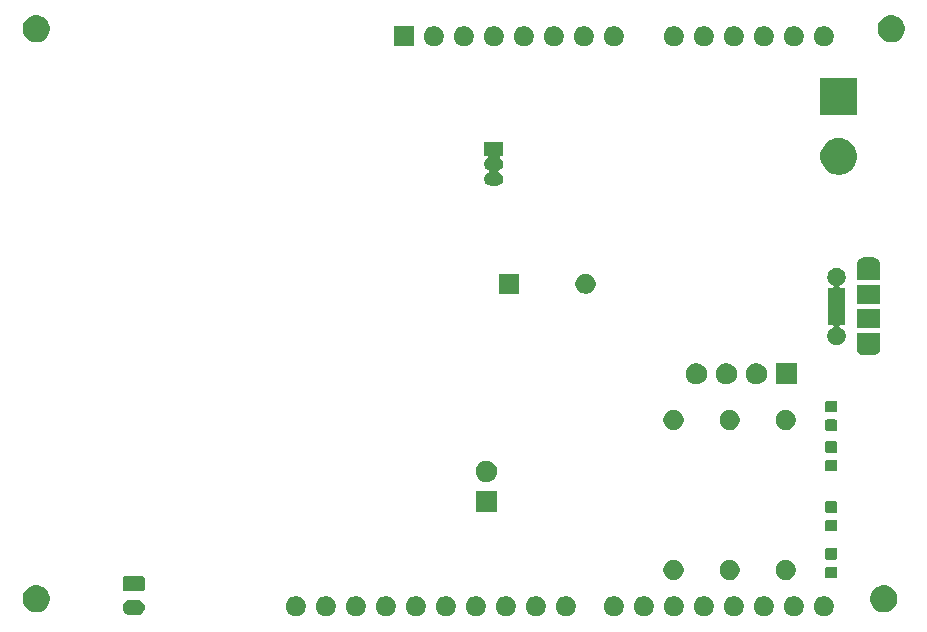
<source format=gbs>
G04 #@! TF.GenerationSoftware,KiCad,Pcbnew,(5.1.5)-3*
G04 #@! TF.CreationDate,2020-03-03T13:48:05-08:00*
G04 #@! TF.ProjectId,capstonemki,63617073-746f-46e6-956d-6b692e6b6963,rev?*
G04 #@! TF.SameCoordinates,Original*
G04 #@! TF.FileFunction,Soldermask,Bot*
G04 #@! TF.FilePolarity,Negative*
%FSLAX46Y46*%
G04 Gerber Fmt 4.6, Leading zero omitted, Abs format (unit mm)*
G04 Created by KiCad (PCBNEW (5.1.5)-3) date 2020-03-03 13:48:05*
%MOMM*%
%LPD*%
G04 APERTURE LIST*
%ADD10C,0.100000*%
G04 APERTURE END LIST*
D10*
G36*
X64768228Y-75381703D02*
G01*
X64923100Y-75445853D01*
X65062481Y-75538985D01*
X65181015Y-75657519D01*
X65274147Y-75796900D01*
X65338297Y-75951772D01*
X65371000Y-76116184D01*
X65371000Y-76283816D01*
X65338297Y-76448228D01*
X65274147Y-76603100D01*
X65181015Y-76742481D01*
X65062481Y-76861015D01*
X64923100Y-76954147D01*
X64768228Y-77018297D01*
X64603816Y-77051000D01*
X64436184Y-77051000D01*
X64271772Y-77018297D01*
X64116900Y-76954147D01*
X63977519Y-76861015D01*
X63858985Y-76742481D01*
X63765853Y-76603100D01*
X63701703Y-76448228D01*
X63669000Y-76283816D01*
X63669000Y-76116184D01*
X63701703Y-75951772D01*
X63765853Y-75796900D01*
X63858985Y-75657519D01*
X63977519Y-75538985D01*
X64116900Y-75445853D01*
X64271772Y-75381703D01*
X64436184Y-75349000D01*
X64603816Y-75349000D01*
X64768228Y-75381703D01*
G37*
G36*
X67308228Y-75381703D02*
G01*
X67463100Y-75445853D01*
X67602481Y-75538985D01*
X67721015Y-75657519D01*
X67814147Y-75796900D01*
X67878297Y-75951772D01*
X67911000Y-76116184D01*
X67911000Y-76283816D01*
X67878297Y-76448228D01*
X67814147Y-76603100D01*
X67721015Y-76742481D01*
X67602481Y-76861015D01*
X67463100Y-76954147D01*
X67308228Y-77018297D01*
X67143816Y-77051000D01*
X66976184Y-77051000D01*
X66811772Y-77018297D01*
X66656900Y-76954147D01*
X66517519Y-76861015D01*
X66398985Y-76742481D01*
X66305853Y-76603100D01*
X66241703Y-76448228D01*
X66209000Y-76283816D01*
X66209000Y-76116184D01*
X66241703Y-75951772D01*
X66305853Y-75796900D01*
X66398985Y-75657519D01*
X66517519Y-75538985D01*
X66656900Y-75445853D01*
X66811772Y-75381703D01*
X66976184Y-75349000D01*
X67143816Y-75349000D01*
X67308228Y-75381703D01*
G37*
G36*
X44448228Y-75381703D02*
G01*
X44603100Y-75445853D01*
X44742481Y-75538985D01*
X44861015Y-75657519D01*
X44954147Y-75796900D01*
X45018297Y-75951772D01*
X45051000Y-76116184D01*
X45051000Y-76283816D01*
X45018297Y-76448228D01*
X44954147Y-76603100D01*
X44861015Y-76742481D01*
X44742481Y-76861015D01*
X44603100Y-76954147D01*
X44448228Y-77018297D01*
X44283816Y-77051000D01*
X44116184Y-77051000D01*
X43951772Y-77018297D01*
X43796900Y-76954147D01*
X43657519Y-76861015D01*
X43538985Y-76742481D01*
X43445853Y-76603100D01*
X43381703Y-76448228D01*
X43349000Y-76283816D01*
X43349000Y-76116184D01*
X43381703Y-75951772D01*
X43445853Y-75796900D01*
X43538985Y-75657519D01*
X43657519Y-75538985D01*
X43796900Y-75445853D01*
X43951772Y-75381703D01*
X44116184Y-75349000D01*
X44283816Y-75349000D01*
X44448228Y-75381703D01*
G37*
G36*
X46988228Y-75381703D02*
G01*
X47143100Y-75445853D01*
X47282481Y-75538985D01*
X47401015Y-75657519D01*
X47494147Y-75796900D01*
X47558297Y-75951772D01*
X47591000Y-76116184D01*
X47591000Y-76283816D01*
X47558297Y-76448228D01*
X47494147Y-76603100D01*
X47401015Y-76742481D01*
X47282481Y-76861015D01*
X47143100Y-76954147D01*
X46988228Y-77018297D01*
X46823816Y-77051000D01*
X46656184Y-77051000D01*
X46491772Y-77018297D01*
X46336900Y-76954147D01*
X46197519Y-76861015D01*
X46078985Y-76742481D01*
X45985853Y-76603100D01*
X45921703Y-76448228D01*
X45889000Y-76283816D01*
X45889000Y-76116184D01*
X45921703Y-75951772D01*
X45985853Y-75796900D01*
X46078985Y-75657519D01*
X46197519Y-75538985D01*
X46336900Y-75445853D01*
X46491772Y-75381703D01*
X46656184Y-75349000D01*
X46823816Y-75349000D01*
X46988228Y-75381703D01*
G37*
G36*
X84068228Y-75381703D02*
G01*
X84223100Y-75445853D01*
X84362481Y-75538985D01*
X84481015Y-75657519D01*
X84574147Y-75796900D01*
X84638297Y-75951772D01*
X84671000Y-76116184D01*
X84671000Y-76283816D01*
X84638297Y-76448228D01*
X84574147Y-76603100D01*
X84481015Y-76742481D01*
X84362481Y-76861015D01*
X84223100Y-76954147D01*
X84068228Y-77018297D01*
X83903816Y-77051000D01*
X83736184Y-77051000D01*
X83571772Y-77018297D01*
X83416900Y-76954147D01*
X83277519Y-76861015D01*
X83158985Y-76742481D01*
X83065853Y-76603100D01*
X83001703Y-76448228D01*
X82969000Y-76283816D01*
X82969000Y-76116184D01*
X83001703Y-75951772D01*
X83065853Y-75796900D01*
X83158985Y-75657519D01*
X83277519Y-75538985D01*
X83416900Y-75445853D01*
X83571772Y-75381703D01*
X83736184Y-75349000D01*
X83903816Y-75349000D01*
X84068228Y-75381703D01*
G37*
G36*
X81528228Y-75381703D02*
G01*
X81683100Y-75445853D01*
X81822481Y-75538985D01*
X81941015Y-75657519D01*
X82034147Y-75796900D01*
X82098297Y-75951772D01*
X82131000Y-76116184D01*
X82131000Y-76283816D01*
X82098297Y-76448228D01*
X82034147Y-76603100D01*
X81941015Y-76742481D01*
X81822481Y-76861015D01*
X81683100Y-76954147D01*
X81528228Y-77018297D01*
X81363816Y-77051000D01*
X81196184Y-77051000D01*
X81031772Y-77018297D01*
X80876900Y-76954147D01*
X80737519Y-76861015D01*
X80618985Y-76742481D01*
X80525853Y-76603100D01*
X80461703Y-76448228D01*
X80429000Y-76283816D01*
X80429000Y-76116184D01*
X80461703Y-75951772D01*
X80525853Y-75796900D01*
X80618985Y-75657519D01*
X80737519Y-75538985D01*
X80876900Y-75445853D01*
X81031772Y-75381703D01*
X81196184Y-75349000D01*
X81363816Y-75349000D01*
X81528228Y-75381703D01*
G37*
G36*
X78988228Y-75381703D02*
G01*
X79143100Y-75445853D01*
X79282481Y-75538985D01*
X79401015Y-75657519D01*
X79494147Y-75796900D01*
X79558297Y-75951772D01*
X79591000Y-76116184D01*
X79591000Y-76283816D01*
X79558297Y-76448228D01*
X79494147Y-76603100D01*
X79401015Y-76742481D01*
X79282481Y-76861015D01*
X79143100Y-76954147D01*
X78988228Y-77018297D01*
X78823816Y-77051000D01*
X78656184Y-77051000D01*
X78491772Y-77018297D01*
X78336900Y-76954147D01*
X78197519Y-76861015D01*
X78078985Y-76742481D01*
X77985853Y-76603100D01*
X77921703Y-76448228D01*
X77889000Y-76283816D01*
X77889000Y-76116184D01*
X77921703Y-75951772D01*
X77985853Y-75796900D01*
X78078985Y-75657519D01*
X78197519Y-75538985D01*
X78336900Y-75445853D01*
X78491772Y-75381703D01*
X78656184Y-75349000D01*
X78823816Y-75349000D01*
X78988228Y-75381703D01*
G37*
G36*
X76448228Y-75381703D02*
G01*
X76603100Y-75445853D01*
X76742481Y-75538985D01*
X76861015Y-75657519D01*
X76954147Y-75796900D01*
X77018297Y-75951772D01*
X77051000Y-76116184D01*
X77051000Y-76283816D01*
X77018297Y-76448228D01*
X76954147Y-76603100D01*
X76861015Y-76742481D01*
X76742481Y-76861015D01*
X76603100Y-76954147D01*
X76448228Y-77018297D01*
X76283816Y-77051000D01*
X76116184Y-77051000D01*
X75951772Y-77018297D01*
X75796900Y-76954147D01*
X75657519Y-76861015D01*
X75538985Y-76742481D01*
X75445853Y-76603100D01*
X75381703Y-76448228D01*
X75349000Y-76283816D01*
X75349000Y-76116184D01*
X75381703Y-75951772D01*
X75445853Y-75796900D01*
X75538985Y-75657519D01*
X75657519Y-75538985D01*
X75796900Y-75445853D01*
X75951772Y-75381703D01*
X76116184Y-75349000D01*
X76283816Y-75349000D01*
X76448228Y-75381703D01*
G37*
G36*
X73908228Y-75381703D02*
G01*
X74063100Y-75445853D01*
X74202481Y-75538985D01*
X74321015Y-75657519D01*
X74414147Y-75796900D01*
X74478297Y-75951772D01*
X74511000Y-76116184D01*
X74511000Y-76283816D01*
X74478297Y-76448228D01*
X74414147Y-76603100D01*
X74321015Y-76742481D01*
X74202481Y-76861015D01*
X74063100Y-76954147D01*
X73908228Y-77018297D01*
X73743816Y-77051000D01*
X73576184Y-77051000D01*
X73411772Y-77018297D01*
X73256900Y-76954147D01*
X73117519Y-76861015D01*
X72998985Y-76742481D01*
X72905853Y-76603100D01*
X72841703Y-76448228D01*
X72809000Y-76283816D01*
X72809000Y-76116184D01*
X72841703Y-75951772D01*
X72905853Y-75796900D01*
X72998985Y-75657519D01*
X73117519Y-75538985D01*
X73256900Y-75445853D01*
X73411772Y-75381703D01*
X73576184Y-75349000D01*
X73743816Y-75349000D01*
X73908228Y-75381703D01*
G37*
G36*
X71368228Y-75381703D02*
G01*
X71523100Y-75445853D01*
X71662481Y-75538985D01*
X71781015Y-75657519D01*
X71874147Y-75796900D01*
X71938297Y-75951772D01*
X71971000Y-76116184D01*
X71971000Y-76283816D01*
X71938297Y-76448228D01*
X71874147Y-76603100D01*
X71781015Y-76742481D01*
X71662481Y-76861015D01*
X71523100Y-76954147D01*
X71368228Y-77018297D01*
X71203816Y-77051000D01*
X71036184Y-77051000D01*
X70871772Y-77018297D01*
X70716900Y-76954147D01*
X70577519Y-76861015D01*
X70458985Y-76742481D01*
X70365853Y-76603100D01*
X70301703Y-76448228D01*
X70269000Y-76283816D01*
X70269000Y-76116184D01*
X70301703Y-75951772D01*
X70365853Y-75796900D01*
X70458985Y-75657519D01*
X70577519Y-75538985D01*
X70716900Y-75445853D01*
X70871772Y-75381703D01*
X71036184Y-75349000D01*
X71203816Y-75349000D01*
X71368228Y-75381703D01*
G37*
G36*
X62228228Y-75381703D02*
G01*
X62383100Y-75445853D01*
X62522481Y-75538985D01*
X62641015Y-75657519D01*
X62734147Y-75796900D01*
X62798297Y-75951772D01*
X62831000Y-76116184D01*
X62831000Y-76283816D01*
X62798297Y-76448228D01*
X62734147Y-76603100D01*
X62641015Y-76742481D01*
X62522481Y-76861015D01*
X62383100Y-76954147D01*
X62228228Y-77018297D01*
X62063816Y-77051000D01*
X61896184Y-77051000D01*
X61731772Y-77018297D01*
X61576900Y-76954147D01*
X61437519Y-76861015D01*
X61318985Y-76742481D01*
X61225853Y-76603100D01*
X61161703Y-76448228D01*
X61129000Y-76283816D01*
X61129000Y-76116184D01*
X61161703Y-75951772D01*
X61225853Y-75796900D01*
X61318985Y-75657519D01*
X61437519Y-75538985D01*
X61576900Y-75445853D01*
X61731772Y-75381703D01*
X61896184Y-75349000D01*
X62063816Y-75349000D01*
X62228228Y-75381703D01*
G37*
G36*
X59688228Y-75381703D02*
G01*
X59843100Y-75445853D01*
X59982481Y-75538985D01*
X60101015Y-75657519D01*
X60194147Y-75796900D01*
X60258297Y-75951772D01*
X60291000Y-76116184D01*
X60291000Y-76283816D01*
X60258297Y-76448228D01*
X60194147Y-76603100D01*
X60101015Y-76742481D01*
X59982481Y-76861015D01*
X59843100Y-76954147D01*
X59688228Y-77018297D01*
X59523816Y-77051000D01*
X59356184Y-77051000D01*
X59191772Y-77018297D01*
X59036900Y-76954147D01*
X58897519Y-76861015D01*
X58778985Y-76742481D01*
X58685853Y-76603100D01*
X58621703Y-76448228D01*
X58589000Y-76283816D01*
X58589000Y-76116184D01*
X58621703Y-75951772D01*
X58685853Y-75796900D01*
X58778985Y-75657519D01*
X58897519Y-75538985D01*
X59036900Y-75445853D01*
X59191772Y-75381703D01*
X59356184Y-75349000D01*
X59523816Y-75349000D01*
X59688228Y-75381703D01*
G37*
G36*
X57148228Y-75381703D02*
G01*
X57303100Y-75445853D01*
X57442481Y-75538985D01*
X57561015Y-75657519D01*
X57654147Y-75796900D01*
X57718297Y-75951772D01*
X57751000Y-76116184D01*
X57751000Y-76283816D01*
X57718297Y-76448228D01*
X57654147Y-76603100D01*
X57561015Y-76742481D01*
X57442481Y-76861015D01*
X57303100Y-76954147D01*
X57148228Y-77018297D01*
X56983816Y-77051000D01*
X56816184Y-77051000D01*
X56651772Y-77018297D01*
X56496900Y-76954147D01*
X56357519Y-76861015D01*
X56238985Y-76742481D01*
X56145853Y-76603100D01*
X56081703Y-76448228D01*
X56049000Y-76283816D01*
X56049000Y-76116184D01*
X56081703Y-75951772D01*
X56145853Y-75796900D01*
X56238985Y-75657519D01*
X56357519Y-75538985D01*
X56496900Y-75445853D01*
X56651772Y-75381703D01*
X56816184Y-75349000D01*
X56983816Y-75349000D01*
X57148228Y-75381703D01*
G37*
G36*
X54608228Y-75381703D02*
G01*
X54763100Y-75445853D01*
X54902481Y-75538985D01*
X55021015Y-75657519D01*
X55114147Y-75796900D01*
X55178297Y-75951772D01*
X55211000Y-76116184D01*
X55211000Y-76283816D01*
X55178297Y-76448228D01*
X55114147Y-76603100D01*
X55021015Y-76742481D01*
X54902481Y-76861015D01*
X54763100Y-76954147D01*
X54608228Y-77018297D01*
X54443816Y-77051000D01*
X54276184Y-77051000D01*
X54111772Y-77018297D01*
X53956900Y-76954147D01*
X53817519Y-76861015D01*
X53698985Y-76742481D01*
X53605853Y-76603100D01*
X53541703Y-76448228D01*
X53509000Y-76283816D01*
X53509000Y-76116184D01*
X53541703Y-75951772D01*
X53605853Y-75796900D01*
X53698985Y-75657519D01*
X53817519Y-75538985D01*
X53956900Y-75445853D01*
X54111772Y-75381703D01*
X54276184Y-75349000D01*
X54443816Y-75349000D01*
X54608228Y-75381703D01*
G37*
G36*
X52068228Y-75381703D02*
G01*
X52223100Y-75445853D01*
X52362481Y-75538985D01*
X52481015Y-75657519D01*
X52574147Y-75796900D01*
X52638297Y-75951772D01*
X52671000Y-76116184D01*
X52671000Y-76283816D01*
X52638297Y-76448228D01*
X52574147Y-76603100D01*
X52481015Y-76742481D01*
X52362481Y-76861015D01*
X52223100Y-76954147D01*
X52068228Y-77018297D01*
X51903816Y-77051000D01*
X51736184Y-77051000D01*
X51571772Y-77018297D01*
X51416900Y-76954147D01*
X51277519Y-76861015D01*
X51158985Y-76742481D01*
X51065853Y-76603100D01*
X51001703Y-76448228D01*
X50969000Y-76283816D01*
X50969000Y-76116184D01*
X51001703Y-75951772D01*
X51065853Y-75796900D01*
X51158985Y-75657519D01*
X51277519Y-75538985D01*
X51416900Y-75445853D01*
X51571772Y-75381703D01*
X51736184Y-75349000D01*
X51903816Y-75349000D01*
X52068228Y-75381703D01*
G37*
G36*
X49528228Y-75381703D02*
G01*
X49683100Y-75445853D01*
X49822481Y-75538985D01*
X49941015Y-75657519D01*
X50034147Y-75796900D01*
X50098297Y-75951772D01*
X50131000Y-76116184D01*
X50131000Y-76283816D01*
X50098297Y-76448228D01*
X50034147Y-76603100D01*
X49941015Y-76742481D01*
X49822481Y-76861015D01*
X49683100Y-76954147D01*
X49528228Y-77018297D01*
X49363816Y-77051000D01*
X49196184Y-77051000D01*
X49031772Y-77018297D01*
X48876900Y-76954147D01*
X48737519Y-76861015D01*
X48618985Y-76742481D01*
X48525853Y-76603100D01*
X48461703Y-76448228D01*
X48429000Y-76283816D01*
X48429000Y-76116184D01*
X48461703Y-75951772D01*
X48525853Y-75796900D01*
X48618985Y-75657519D01*
X48737519Y-75538985D01*
X48876900Y-75445853D01*
X49031772Y-75381703D01*
X49196184Y-75349000D01*
X49363816Y-75349000D01*
X49528228Y-75381703D01*
G37*
G36*
X89148228Y-75381703D02*
G01*
X89303100Y-75445853D01*
X89442481Y-75538985D01*
X89561015Y-75657519D01*
X89654147Y-75796900D01*
X89718297Y-75951772D01*
X89751000Y-76116184D01*
X89751000Y-76283816D01*
X89718297Y-76448228D01*
X89654147Y-76603100D01*
X89561015Y-76742481D01*
X89442481Y-76861015D01*
X89303100Y-76954147D01*
X89148228Y-77018297D01*
X88983816Y-77051000D01*
X88816184Y-77051000D01*
X88651772Y-77018297D01*
X88496900Y-76954147D01*
X88357519Y-76861015D01*
X88238985Y-76742481D01*
X88145853Y-76603100D01*
X88081703Y-76448228D01*
X88049000Y-76283816D01*
X88049000Y-76116184D01*
X88081703Y-75951772D01*
X88145853Y-75796900D01*
X88238985Y-75657519D01*
X88357519Y-75538985D01*
X88496900Y-75445853D01*
X88651772Y-75381703D01*
X88816184Y-75349000D01*
X88983816Y-75349000D01*
X89148228Y-75381703D01*
G37*
G36*
X86608228Y-75381703D02*
G01*
X86763100Y-75445853D01*
X86902481Y-75538985D01*
X87021015Y-75657519D01*
X87114147Y-75796900D01*
X87178297Y-75951772D01*
X87211000Y-76116184D01*
X87211000Y-76283816D01*
X87178297Y-76448228D01*
X87114147Y-76603100D01*
X87021015Y-76742481D01*
X86902481Y-76861015D01*
X86763100Y-76954147D01*
X86608228Y-77018297D01*
X86443816Y-77051000D01*
X86276184Y-77051000D01*
X86111772Y-77018297D01*
X85956900Y-76954147D01*
X85817519Y-76861015D01*
X85698985Y-76742481D01*
X85605853Y-76603100D01*
X85541703Y-76448228D01*
X85509000Y-76283816D01*
X85509000Y-76116184D01*
X85541703Y-75951772D01*
X85605853Y-75796900D01*
X85698985Y-75657519D01*
X85817519Y-75538985D01*
X85956900Y-75445853D01*
X86111772Y-75381703D01*
X86276184Y-75349000D01*
X86443816Y-75349000D01*
X86608228Y-75381703D01*
G37*
G36*
X30818855Y-75647140D02*
G01*
X30882618Y-75653420D01*
X30964847Y-75678364D01*
X31005336Y-75690646D01*
X31118425Y-75751094D01*
X31217554Y-75832446D01*
X31298906Y-75931575D01*
X31359354Y-76044664D01*
X31359355Y-76044668D01*
X31396580Y-76167382D01*
X31409149Y-76295000D01*
X31396580Y-76422618D01*
X31388811Y-76448228D01*
X31359354Y-76545336D01*
X31298906Y-76658425D01*
X31217554Y-76757554D01*
X31118425Y-76838906D01*
X31005336Y-76899354D01*
X30973404Y-76909040D01*
X30882618Y-76936580D01*
X30818855Y-76942860D01*
X30786974Y-76946000D01*
X30173026Y-76946000D01*
X30141145Y-76942860D01*
X30077382Y-76936580D01*
X29986596Y-76909040D01*
X29954664Y-76899354D01*
X29841575Y-76838906D01*
X29742446Y-76757554D01*
X29661094Y-76658425D01*
X29600646Y-76545336D01*
X29571189Y-76448228D01*
X29563420Y-76422618D01*
X29550851Y-76295000D01*
X29563420Y-76167382D01*
X29600645Y-76044668D01*
X29600646Y-76044664D01*
X29661094Y-75931575D01*
X29742446Y-75832446D01*
X29841575Y-75751094D01*
X29954664Y-75690646D01*
X29995153Y-75678364D01*
X30077382Y-75653420D01*
X30141145Y-75647140D01*
X30173026Y-75644000D01*
X30786974Y-75644000D01*
X30818855Y-75647140D01*
G37*
G36*
X94204549Y-74436116D02*
G01*
X94315734Y-74458232D01*
X94525203Y-74544997D01*
X94713720Y-74670960D01*
X94874040Y-74831280D01*
X94950693Y-74946000D01*
X95000004Y-75019799D01*
X95086768Y-75229267D01*
X95129850Y-75445852D01*
X95131000Y-75451636D01*
X95131000Y-75678364D01*
X95086768Y-75900734D01*
X95000003Y-76110203D01*
X94874040Y-76298720D01*
X94713720Y-76459040D01*
X94525203Y-76585003D01*
X94315734Y-76671768D01*
X94204549Y-76693884D01*
X94093365Y-76716000D01*
X93866635Y-76716000D01*
X93755451Y-76693884D01*
X93644266Y-76671768D01*
X93434797Y-76585003D01*
X93246280Y-76459040D01*
X93085960Y-76298720D01*
X92959997Y-76110203D01*
X92873232Y-75900734D01*
X92829000Y-75678364D01*
X92829000Y-75451636D01*
X92830151Y-75445852D01*
X92873232Y-75229267D01*
X92959996Y-75019799D01*
X93009307Y-74946000D01*
X93085960Y-74831280D01*
X93246280Y-74670960D01*
X93434797Y-74544997D01*
X93644266Y-74458232D01*
X93755451Y-74436116D01*
X93866635Y-74414000D01*
X94093365Y-74414000D01*
X94204549Y-74436116D01*
G37*
G36*
X22449549Y-74436116D02*
G01*
X22560734Y-74458232D01*
X22770203Y-74544997D01*
X22958720Y-74670960D01*
X23119040Y-74831280D01*
X23195693Y-74946000D01*
X23245004Y-75019799D01*
X23331768Y-75229267D01*
X23374850Y-75445852D01*
X23376000Y-75451636D01*
X23376000Y-75678364D01*
X23331768Y-75900734D01*
X23245003Y-76110203D01*
X23119040Y-76298720D01*
X22958720Y-76459040D01*
X22770203Y-76585003D01*
X22560734Y-76671768D01*
X22449549Y-76693884D01*
X22338365Y-76716000D01*
X22111635Y-76716000D01*
X22000451Y-76693884D01*
X21889266Y-76671768D01*
X21679797Y-76585003D01*
X21491280Y-76459040D01*
X21330960Y-76298720D01*
X21204997Y-76110203D01*
X21118232Y-75900734D01*
X21074000Y-75678364D01*
X21074000Y-75451636D01*
X21075151Y-75445852D01*
X21118232Y-75229267D01*
X21204996Y-75019799D01*
X21254307Y-74946000D01*
X21330960Y-74831280D01*
X21491280Y-74670960D01*
X21679797Y-74544997D01*
X21889266Y-74458232D01*
X22000451Y-74436116D01*
X22111635Y-74414000D01*
X22338365Y-74414000D01*
X22449549Y-74436116D01*
G37*
G36*
X31246242Y-73648404D02*
G01*
X31283337Y-73659657D01*
X31317515Y-73677925D01*
X31347481Y-73702519D01*
X31372075Y-73732485D01*
X31390343Y-73766663D01*
X31401596Y-73803758D01*
X31406000Y-73848474D01*
X31406000Y-74741526D01*
X31401596Y-74786242D01*
X31390343Y-74823337D01*
X31372075Y-74857515D01*
X31347481Y-74887481D01*
X31317515Y-74912075D01*
X31283337Y-74930343D01*
X31246242Y-74941596D01*
X31201526Y-74946000D01*
X29758474Y-74946000D01*
X29713758Y-74941596D01*
X29676663Y-74930343D01*
X29642485Y-74912075D01*
X29612519Y-74887481D01*
X29587925Y-74857515D01*
X29569657Y-74823337D01*
X29558404Y-74786242D01*
X29554000Y-74741526D01*
X29554000Y-73848474D01*
X29558404Y-73803758D01*
X29569657Y-73766663D01*
X29587925Y-73732485D01*
X29612519Y-73702519D01*
X29642485Y-73677925D01*
X29676663Y-73659657D01*
X29713758Y-73648404D01*
X29758474Y-73644000D01*
X31201526Y-73644000D01*
X31246242Y-73648404D01*
G37*
G36*
X85923228Y-72296703D02*
G01*
X86078100Y-72360853D01*
X86217481Y-72453985D01*
X86336015Y-72572519D01*
X86429147Y-72711900D01*
X86493297Y-72866772D01*
X86526000Y-73031184D01*
X86526000Y-73198816D01*
X86493297Y-73363228D01*
X86429147Y-73518100D01*
X86336015Y-73657481D01*
X86217481Y-73776015D01*
X86078100Y-73869147D01*
X85923228Y-73933297D01*
X85758816Y-73966000D01*
X85591184Y-73966000D01*
X85426772Y-73933297D01*
X85271900Y-73869147D01*
X85132519Y-73776015D01*
X85013985Y-73657481D01*
X84920853Y-73518100D01*
X84856703Y-73363228D01*
X84824000Y-73198816D01*
X84824000Y-73031184D01*
X84856703Y-72866772D01*
X84920853Y-72711900D01*
X85013985Y-72572519D01*
X85132519Y-72453985D01*
X85271900Y-72360853D01*
X85426772Y-72296703D01*
X85591184Y-72264000D01*
X85758816Y-72264000D01*
X85923228Y-72296703D01*
G37*
G36*
X81173228Y-72296703D02*
G01*
X81328100Y-72360853D01*
X81467481Y-72453985D01*
X81586015Y-72572519D01*
X81679147Y-72711900D01*
X81743297Y-72866772D01*
X81776000Y-73031184D01*
X81776000Y-73198816D01*
X81743297Y-73363228D01*
X81679147Y-73518100D01*
X81586015Y-73657481D01*
X81467481Y-73776015D01*
X81328100Y-73869147D01*
X81173228Y-73933297D01*
X81008816Y-73966000D01*
X80841184Y-73966000D01*
X80676772Y-73933297D01*
X80521900Y-73869147D01*
X80382519Y-73776015D01*
X80263985Y-73657481D01*
X80170853Y-73518100D01*
X80106703Y-73363228D01*
X80074000Y-73198816D01*
X80074000Y-73031184D01*
X80106703Y-72866772D01*
X80170853Y-72711900D01*
X80263985Y-72572519D01*
X80382519Y-72453985D01*
X80521900Y-72360853D01*
X80676772Y-72296703D01*
X80841184Y-72264000D01*
X81008816Y-72264000D01*
X81173228Y-72296703D01*
G37*
G36*
X76423228Y-72296703D02*
G01*
X76578100Y-72360853D01*
X76717481Y-72453985D01*
X76836015Y-72572519D01*
X76929147Y-72711900D01*
X76993297Y-72866772D01*
X77026000Y-73031184D01*
X77026000Y-73198816D01*
X76993297Y-73363228D01*
X76929147Y-73518100D01*
X76836015Y-73657481D01*
X76717481Y-73776015D01*
X76578100Y-73869147D01*
X76423228Y-73933297D01*
X76258816Y-73966000D01*
X76091184Y-73966000D01*
X75926772Y-73933297D01*
X75771900Y-73869147D01*
X75632519Y-73776015D01*
X75513985Y-73657481D01*
X75420853Y-73518100D01*
X75356703Y-73363228D01*
X75324000Y-73198816D01*
X75324000Y-73031184D01*
X75356703Y-72866772D01*
X75420853Y-72711900D01*
X75513985Y-72572519D01*
X75632519Y-72453985D01*
X75771900Y-72360853D01*
X75926772Y-72296703D01*
X76091184Y-72264000D01*
X76258816Y-72264000D01*
X76423228Y-72296703D01*
G37*
G36*
X89914591Y-72845585D02*
G01*
X89948569Y-72855893D01*
X89979890Y-72872634D01*
X90007339Y-72895161D01*
X90029866Y-72922610D01*
X90046607Y-72953931D01*
X90056915Y-72987909D01*
X90061000Y-73029390D01*
X90061000Y-73630610D01*
X90056915Y-73672091D01*
X90046607Y-73706069D01*
X90029866Y-73737390D01*
X90007339Y-73764839D01*
X89979890Y-73787366D01*
X89948569Y-73804107D01*
X89914591Y-73814415D01*
X89873110Y-73818500D01*
X89196890Y-73818500D01*
X89155409Y-73814415D01*
X89121431Y-73804107D01*
X89090110Y-73787366D01*
X89062661Y-73764839D01*
X89040134Y-73737390D01*
X89023393Y-73706069D01*
X89013085Y-73672091D01*
X89009000Y-73630610D01*
X89009000Y-73029390D01*
X89013085Y-72987909D01*
X89023393Y-72953931D01*
X89040134Y-72922610D01*
X89062661Y-72895161D01*
X89090110Y-72872634D01*
X89121431Y-72855893D01*
X89155409Y-72845585D01*
X89196890Y-72841500D01*
X89873110Y-72841500D01*
X89914591Y-72845585D01*
G37*
G36*
X89914591Y-71270585D02*
G01*
X89948569Y-71280893D01*
X89979890Y-71297634D01*
X90007339Y-71320161D01*
X90029866Y-71347610D01*
X90046607Y-71378931D01*
X90056915Y-71412909D01*
X90061000Y-71454390D01*
X90061000Y-72055610D01*
X90056915Y-72097091D01*
X90046607Y-72131069D01*
X90029866Y-72162390D01*
X90007339Y-72189839D01*
X89979890Y-72212366D01*
X89948569Y-72229107D01*
X89914591Y-72239415D01*
X89873110Y-72243500D01*
X89196890Y-72243500D01*
X89155409Y-72239415D01*
X89121431Y-72229107D01*
X89090110Y-72212366D01*
X89062661Y-72189839D01*
X89040134Y-72162390D01*
X89023393Y-72131069D01*
X89013085Y-72097091D01*
X89009000Y-72055610D01*
X89009000Y-71454390D01*
X89013085Y-71412909D01*
X89023393Y-71378931D01*
X89040134Y-71347610D01*
X89062661Y-71320161D01*
X89090110Y-71297634D01*
X89121431Y-71280893D01*
X89155409Y-71270585D01*
X89196890Y-71266500D01*
X89873110Y-71266500D01*
X89914591Y-71270585D01*
G37*
G36*
X89914591Y-68883085D02*
G01*
X89948569Y-68893393D01*
X89979890Y-68910134D01*
X90007339Y-68932661D01*
X90029866Y-68960110D01*
X90046607Y-68991431D01*
X90056915Y-69025409D01*
X90061000Y-69066890D01*
X90061000Y-69668110D01*
X90056915Y-69709591D01*
X90046607Y-69743569D01*
X90029866Y-69774890D01*
X90007339Y-69802339D01*
X89979890Y-69824866D01*
X89948569Y-69841607D01*
X89914591Y-69851915D01*
X89873110Y-69856000D01*
X89196890Y-69856000D01*
X89155409Y-69851915D01*
X89121431Y-69841607D01*
X89090110Y-69824866D01*
X89062661Y-69802339D01*
X89040134Y-69774890D01*
X89023393Y-69743569D01*
X89013085Y-69709591D01*
X89009000Y-69668110D01*
X89009000Y-69066890D01*
X89013085Y-69025409D01*
X89023393Y-68991431D01*
X89040134Y-68960110D01*
X89062661Y-68932661D01*
X89090110Y-68910134D01*
X89121431Y-68893393D01*
X89155409Y-68883085D01*
X89196890Y-68879000D01*
X89873110Y-68879000D01*
X89914591Y-68883085D01*
G37*
G36*
X89914591Y-67308085D02*
G01*
X89948569Y-67318393D01*
X89979890Y-67335134D01*
X90007339Y-67357661D01*
X90029866Y-67385110D01*
X90046607Y-67416431D01*
X90056915Y-67450409D01*
X90061000Y-67491890D01*
X90061000Y-68093110D01*
X90056915Y-68134591D01*
X90046607Y-68168569D01*
X90029866Y-68199890D01*
X90007339Y-68227339D01*
X89979890Y-68249866D01*
X89948569Y-68266607D01*
X89914591Y-68276915D01*
X89873110Y-68281000D01*
X89196890Y-68281000D01*
X89155409Y-68276915D01*
X89121431Y-68266607D01*
X89090110Y-68249866D01*
X89062661Y-68227339D01*
X89040134Y-68199890D01*
X89023393Y-68168569D01*
X89013085Y-68134591D01*
X89009000Y-68093110D01*
X89009000Y-67491890D01*
X89013085Y-67450409D01*
X89023393Y-67416431D01*
X89040134Y-67385110D01*
X89062661Y-67357661D01*
X89090110Y-67335134D01*
X89121431Y-67318393D01*
X89155409Y-67308085D01*
X89196890Y-67304000D01*
X89873110Y-67304000D01*
X89914591Y-67308085D01*
G37*
G36*
X61226000Y-68211000D02*
G01*
X59424000Y-68211000D01*
X59424000Y-66409000D01*
X61226000Y-66409000D01*
X61226000Y-68211000D01*
G37*
G36*
X60438512Y-63873927D02*
G01*
X60587812Y-63903624D01*
X60751784Y-63971544D01*
X60899354Y-64070147D01*
X61024853Y-64195646D01*
X61123456Y-64343216D01*
X61191376Y-64507188D01*
X61226000Y-64681259D01*
X61226000Y-64858741D01*
X61191376Y-65032812D01*
X61123456Y-65196784D01*
X61024853Y-65344354D01*
X60899354Y-65469853D01*
X60751784Y-65568456D01*
X60587812Y-65636376D01*
X60438512Y-65666073D01*
X60413742Y-65671000D01*
X60236258Y-65671000D01*
X60211488Y-65666073D01*
X60062188Y-65636376D01*
X59898216Y-65568456D01*
X59750646Y-65469853D01*
X59625147Y-65344354D01*
X59526544Y-65196784D01*
X59458624Y-65032812D01*
X59424000Y-64858741D01*
X59424000Y-64681259D01*
X59458624Y-64507188D01*
X59526544Y-64343216D01*
X59625147Y-64195646D01*
X59750646Y-64070147D01*
X59898216Y-63971544D01*
X60062188Y-63903624D01*
X60211488Y-63873927D01*
X60236258Y-63869000D01*
X60413742Y-63869000D01*
X60438512Y-63873927D01*
G37*
G36*
X89914591Y-63803085D02*
G01*
X89948569Y-63813393D01*
X89979890Y-63830134D01*
X90007339Y-63852661D01*
X90029866Y-63880110D01*
X90046607Y-63911431D01*
X90056915Y-63945409D01*
X90061000Y-63986890D01*
X90061000Y-64588110D01*
X90056915Y-64629591D01*
X90046607Y-64663569D01*
X90029866Y-64694890D01*
X90007339Y-64722339D01*
X89979890Y-64744866D01*
X89948569Y-64761607D01*
X89914591Y-64771915D01*
X89873110Y-64776000D01*
X89196890Y-64776000D01*
X89155409Y-64771915D01*
X89121431Y-64761607D01*
X89090110Y-64744866D01*
X89062661Y-64722339D01*
X89040134Y-64694890D01*
X89023393Y-64663569D01*
X89013085Y-64629591D01*
X89009000Y-64588110D01*
X89009000Y-63986890D01*
X89013085Y-63945409D01*
X89023393Y-63911431D01*
X89040134Y-63880110D01*
X89062661Y-63852661D01*
X89090110Y-63830134D01*
X89121431Y-63813393D01*
X89155409Y-63803085D01*
X89196890Y-63799000D01*
X89873110Y-63799000D01*
X89914591Y-63803085D01*
G37*
G36*
X89914591Y-62228085D02*
G01*
X89948569Y-62238393D01*
X89979890Y-62255134D01*
X90007339Y-62277661D01*
X90029866Y-62305110D01*
X90046607Y-62336431D01*
X90056915Y-62370409D01*
X90061000Y-62411890D01*
X90061000Y-63013110D01*
X90056915Y-63054591D01*
X90046607Y-63088569D01*
X90029866Y-63119890D01*
X90007339Y-63147339D01*
X89979890Y-63169866D01*
X89948569Y-63186607D01*
X89914591Y-63196915D01*
X89873110Y-63201000D01*
X89196890Y-63201000D01*
X89155409Y-63196915D01*
X89121431Y-63186607D01*
X89090110Y-63169866D01*
X89062661Y-63147339D01*
X89040134Y-63119890D01*
X89023393Y-63088569D01*
X89013085Y-63054591D01*
X89009000Y-63013110D01*
X89009000Y-62411890D01*
X89013085Y-62370409D01*
X89023393Y-62336431D01*
X89040134Y-62305110D01*
X89062661Y-62277661D01*
X89090110Y-62255134D01*
X89121431Y-62238393D01*
X89155409Y-62228085D01*
X89196890Y-62224000D01*
X89873110Y-62224000D01*
X89914591Y-62228085D01*
G37*
G36*
X89914591Y-60388085D02*
G01*
X89948569Y-60398393D01*
X89979890Y-60415134D01*
X90007339Y-60437661D01*
X90029866Y-60465110D01*
X90046607Y-60496431D01*
X90056915Y-60530409D01*
X90061000Y-60571890D01*
X90061000Y-61173108D01*
X90056915Y-61214591D01*
X90046607Y-61248569D01*
X90029866Y-61279890D01*
X90007339Y-61307339D01*
X89979890Y-61329866D01*
X89948569Y-61346607D01*
X89914591Y-61356915D01*
X89873110Y-61361000D01*
X89196890Y-61361000D01*
X89155409Y-61356915D01*
X89121431Y-61346607D01*
X89090110Y-61329866D01*
X89062661Y-61307339D01*
X89040134Y-61279890D01*
X89023393Y-61248569D01*
X89013085Y-61214591D01*
X89009000Y-61173108D01*
X89009000Y-60571890D01*
X89013085Y-60530409D01*
X89023393Y-60496431D01*
X89040134Y-60465110D01*
X89062661Y-60437661D01*
X89090110Y-60415134D01*
X89121431Y-60398393D01*
X89155409Y-60388085D01*
X89196890Y-60384000D01*
X89873110Y-60384000D01*
X89914591Y-60388085D01*
G37*
G36*
X85923228Y-59596703D02*
G01*
X86078100Y-59660853D01*
X86217481Y-59753985D01*
X86336015Y-59872519D01*
X86429147Y-60011900D01*
X86493297Y-60166772D01*
X86526000Y-60331184D01*
X86526000Y-60498816D01*
X86493297Y-60663228D01*
X86429147Y-60818100D01*
X86336015Y-60957481D01*
X86217481Y-61076015D01*
X86078100Y-61169147D01*
X85923228Y-61233297D01*
X85758816Y-61266000D01*
X85591184Y-61266000D01*
X85426772Y-61233297D01*
X85271900Y-61169147D01*
X85132519Y-61076015D01*
X85013985Y-60957481D01*
X84920853Y-60818100D01*
X84856703Y-60663228D01*
X84824000Y-60498816D01*
X84824000Y-60331184D01*
X84856703Y-60166772D01*
X84920853Y-60011900D01*
X85013985Y-59872519D01*
X85132519Y-59753985D01*
X85271900Y-59660853D01*
X85426772Y-59596703D01*
X85591184Y-59564000D01*
X85758816Y-59564000D01*
X85923228Y-59596703D01*
G37*
G36*
X81173228Y-59596703D02*
G01*
X81328100Y-59660853D01*
X81467481Y-59753985D01*
X81586015Y-59872519D01*
X81679147Y-60011900D01*
X81743297Y-60166772D01*
X81776000Y-60331184D01*
X81776000Y-60498816D01*
X81743297Y-60663228D01*
X81679147Y-60818100D01*
X81586015Y-60957481D01*
X81467481Y-61076015D01*
X81328100Y-61169147D01*
X81173228Y-61233297D01*
X81008816Y-61266000D01*
X80841184Y-61266000D01*
X80676772Y-61233297D01*
X80521900Y-61169147D01*
X80382519Y-61076015D01*
X80263985Y-60957481D01*
X80170853Y-60818100D01*
X80106703Y-60663228D01*
X80074000Y-60498816D01*
X80074000Y-60331184D01*
X80106703Y-60166772D01*
X80170853Y-60011900D01*
X80263985Y-59872519D01*
X80382519Y-59753985D01*
X80521900Y-59660853D01*
X80676772Y-59596703D01*
X80841184Y-59564000D01*
X81008816Y-59564000D01*
X81173228Y-59596703D01*
G37*
G36*
X76423228Y-59596703D02*
G01*
X76578100Y-59660853D01*
X76717481Y-59753985D01*
X76836015Y-59872519D01*
X76929147Y-60011900D01*
X76993297Y-60166772D01*
X77026000Y-60331184D01*
X77026000Y-60498816D01*
X76993297Y-60663228D01*
X76929147Y-60818100D01*
X76836015Y-60957481D01*
X76717481Y-61076015D01*
X76578100Y-61169147D01*
X76423228Y-61233297D01*
X76258816Y-61266000D01*
X76091184Y-61266000D01*
X75926772Y-61233297D01*
X75771900Y-61169147D01*
X75632519Y-61076015D01*
X75513985Y-60957481D01*
X75420853Y-60818100D01*
X75356703Y-60663228D01*
X75324000Y-60498816D01*
X75324000Y-60331184D01*
X75356703Y-60166772D01*
X75420853Y-60011900D01*
X75513985Y-59872519D01*
X75632519Y-59753985D01*
X75771900Y-59660853D01*
X75926772Y-59596703D01*
X76091184Y-59564000D01*
X76258816Y-59564000D01*
X76423228Y-59596703D01*
G37*
G36*
X89914591Y-58813085D02*
G01*
X89948569Y-58823393D01*
X89979890Y-58840134D01*
X90007339Y-58862661D01*
X90029866Y-58890110D01*
X90046607Y-58921431D01*
X90056915Y-58955409D01*
X90061000Y-58996890D01*
X90061000Y-59598110D01*
X90056915Y-59639591D01*
X90046607Y-59673569D01*
X90029866Y-59704890D01*
X90007339Y-59732339D01*
X89979890Y-59754866D01*
X89948569Y-59771607D01*
X89914591Y-59781915D01*
X89873110Y-59786000D01*
X89196890Y-59786000D01*
X89155409Y-59781915D01*
X89121431Y-59771607D01*
X89090110Y-59754866D01*
X89062661Y-59732339D01*
X89040134Y-59704890D01*
X89023393Y-59673569D01*
X89013085Y-59639591D01*
X89009000Y-59598110D01*
X89009000Y-58996890D01*
X89013085Y-58955409D01*
X89023393Y-58921431D01*
X89040134Y-58890110D01*
X89062661Y-58862661D01*
X89090110Y-58840134D01*
X89121431Y-58823393D01*
X89155409Y-58813085D01*
X89196890Y-58809000D01*
X89873110Y-58809000D01*
X89914591Y-58813085D01*
G37*
G36*
X80758512Y-55618927D02*
G01*
X80907812Y-55648624D01*
X81071784Y-55716544D01*
X81219354Y-55815147D01*
X81344853Y-55940646D01*
X81443456Y-56088216D01*
X81511376Y-56252188D01*
X81546000Y-56426259D01*
X81546000Y-56603741D01*
X81511376Y-56777812D01*
X81443456Y-56941784D01*
X81344853Y-57089354D01*
X81219354Y-57214853D01*
X81071784Y-57313456D01*
X80907812Y-57381376D01*
X80758512Y-57411073D01*
X80733742Y-57416000D01*
X80556258Y-57416000D01*
X80531488Y-57411073D01*
X80382188Y-57381376D01*
X80218216Y-57313456D01*
X80070646Y-57214853D01*
X79945147Y-57089354D01*
X79846544Y-56941784D01*
X79778624Y-56777812D01*
X79744000Y-56603741D01*
X79744000Y-56426259D01*
X79778624Y-56252188D01*
X79846544Y-56088216D01*
X79945147Y-55940646D01*
X80070646Y-55815147D01*
X80218216Y-55716544D01*
X80382188Y-55648624D01*
X80531488Y-55618927D01*
X80556258Y-55614000D01*
X80733742Y-55614000D01*
X80758512Y-55618927D01*
G37*
G36*
X86626000Y-57416000D02*
G01*
X84824000Y-57416000D01*
X84824000Y-55614000D01*
X86626000Y-55614000D01*
X86626000Y-57416000D01*
G37*
G36*
X83298512Y-55618927D02*
G01*
X83447812Y-55648624D01*
X83611784Y-55716544D01*
X83759354Y-55815147D01*
X83884853Y-55940646D01*
X83983456Y-56088216D01*
X84051376Y-56252188D01*
X84086000Y-56426259D01*
X84086000Y-56603741D01*
X84051376Y-56777812D01*
X83983456Y-56941784D01*
X83884853Y-57089354D01*
X83759354Y-57214853D01*
X83611784Y-57313456D01*
X83447812Y-57381376D01*
X83298512Y-57411073D01*
X83273742Y-57416000D01*
X83096258Y-57416000D01*
X83071488Y-57411073D01*
X82922188Y-57381376D01*
X82758216Y-57313456D01*
X82610646Y-57214853D01*
X82485147Y-57089354D01*
X82386544Y-56941784D01*
X82318624Y-56777812D01*
X82284000Y-56603741D01*
X82284000Y-56426259D01*
X82318624Y-56252188D01*
X82386544Y-56088216D01*
X82485147Y-55940646D01*
X82610646Y-55815147D01*
X82758216Y-55716544D01*
X82922188Y-55648624D01*
X83071488Y-55618927D01*
X83096258Y-55614000D01*
X83273742Y-55614000D01*
X83298512Y-55618927D01*
G37*
G36*
X78218512Y-55618927D02*
G01*
X78367812Y-55648624D01*
X78531784Y-55716544D01*
X78679354Y-55815147D01*
X78804853Y-55940646D01*
X78903456Y-56088216D01*
X78971376Y-56252188D01*
X79006000Y-56426259D01*
X79006000Y-56603741D01*
X78971376Y-56777812D01*
X78903456Y-56941784D01*
X78804853Y-57089354D01*
X78679354Y-57214853D01*
X78531784Y-57313456D01*
X78367812Y-57381376D01*
X78218512Y-57411073D01*
X78193742Y-57416000D01*
X78016258Y-57416000D01*
X77991488Y-57411073D01*
X77842188Y-57381376D01*
X77678216Y-57313456D01*
X77530646Y-57214853D01*
X77405147Y-57089354D01*
X77306544Y-56941784D01*
X77238624Y-56777812D01*
X77204000Y-56603741D01*
X77204000Y-56426259D01*
X77238624Y-56252188D01*
X77306544Y-56088216D01*
X77405147Y-55940646D01*
X77530646Y-55815147D01*
X77678216Y-55716544D01*
X77842188Y-55648624D01*
X77991488Y-55618927D01*
X78016258Y-55614000D01*
X78193742Y-55614000D01*
X78218512Y-55618927D01*
G37*
G36*
X93678500Y-54261886D02*
G01*
X93679102Y-54274138D01*
X93681649Y-54300000D01*
X93679102Y-54325862D01*
X93678500Y-54338114D01*
X93678500Y-54411406D01*
X93669543Y-54428164D01*
X93665415Y-54439701D01*
X93639632Y-54524693D01*
X93631854Y-54550336D01*
X93571406Y-54663425D01*
X93490054Y-54762554D01*
X93390925Y-54843906D01*
X93277836Y-54904354D01*
X93245904Y-54914040D01*
X93155118Y-54941580D01*
X93091355Y-54947860D01*
X93059474Y-54951000D01*
X92295526Y-54951000D01*
X92263645Y-54947860D01*
X92199882Y-54941580D01*
X92109096Y-54914040D01*
X92077164Y-54904354D01*
X91964075Y-54843906D01*
X91864946Y-54762554D01*
X91783594Y-54663425D01*
X91723146Y-54550336D01*
X91715368Y-54524693D01*
X91689587Y-54439708D01*
X91680213Y-54417075D01*
X91676500Y-54411518D01*
X91676500Y-54338114D01*
X91675898Y-54325862D01*
X91673351Y-54300000D01*
X91675898Y-54274138D01*
X91676500Y-54261886D01*
X91676500Y-53049000D01*
X93678500Y-53049000D01*
X93678500Y-54261886D01*
G37*
G36*
X90203848Y-47553820D02*
G01*
X90203850Y-47553821D01*
X90203851Y-47553821D01*
X90345074Y-47612317D01*
X90345077Y-47612319D01*
X90472169Y-47697239D01*
X90580261Y-47805331D01*
X90665181Y-47932423D01*
X90665183Y-47932426D01*
X90711398Y-48044000D01*
X90723680Y-48073652D01*
X90737047Y-48140853D01*
X90753500Y-48223571D01*
X90753500Y-48376429D01*
X90723679Y-48526351D01*
X90665183Y-48667574D01*
X90665181Y-48667577D01*
X90580261Y-48794669D01*
X90472169Y-48902761D01*
X90387440Y-48959375D01*
X90345074Y-48987683D01*
X90294772Y-49008519D01*
X90273164Y-49020068D01*
X90254222Y-49035614D01*
X90238677Y-49054556D01*
X90227126Y-49076166D01*
X90220013Y-49099615D01*
X90217611Y-49124001D01*
X90220013Y-49148387D01*
X90227126Y-49171836D01*
X90238677Y-49193447D01*
X90254223Y-49212389D01*
X90273165Y-49227934D01*
X90294775Y-49239485D01*
X90318224Y-49246598D01*
X90342610Y-49249000D01*
X90703500Y-49249000D01*
X90703500Y-52351000D01*
X90342610Y-52351000D01*
X90318224Y-52353402D01*
X90294775Y-52360515D01*
X90273164Y-52372066D01*
X90254222Y-52387611D01*
X90238677Y-52406553D01*
X90227126Y-52428164D01*
X90220013Y-52451613D01*
X90217611Y-52475999D01*
X90220013Y-52500385D01*
X90227126Y-52523834D01*
X90238677Y-52545445D01*
X90254222Y-52564387D01*
X90273164Y-52579932D01*
X90294772Y-52591481D01*
X90345074Y-52612317D01*
X90345075Y-52612318D01*
X90472169Y-52697239D01*
X90580261Y-52805331D01*
X90665181Y-52932423D01*
X90665183Y-52932426D01*
X90723679Y-53073649D01*
X90753500Y-53223571D01*
X90753500Y-53376429D01*
X90723679Y-53526351D01*
X90665183Y-53667574D01*
X90665181Y-53667577D01*
X90580261Y-53794669D01*
X90472169Y-53902761D01*
X90421564Y-53936574D01*
X90345074Y-53987683D01*
X90203851Y-54046179D01*
X90203850Y-54046179D01*
X90203848Y-54046180D01*
X90053931Y-54076000D01*
X89901069Y-54076000D01*
X89751152Y-54046180D01*
X89751150Y-54046179D01*
X89751149Y-54046179D01*
X89609926Y-53987683D01*
X89533436Y-53936574D01*
X89482831Y-53902761D01*
X89374739Y-53794669D01*
X89289819Y-53667577D01*
X89289817Y-53667574D01*
X89231321Y-53526351D01*
X89201500Y-53376429D01*
X89201500Y-53223571D01*
X89231321Y-53073649D01*
X89289817Y-52932426D01*
X89289819Y-52932423D01*
X89374739Y-52805331D01*
X89482831Y-52697239D01*
X89609925Y-52612318D01*
X89609926Y-52612317D01*
X89660228Y-52591481D01*
X89681836Y-52579932D01*
X89700778Y-52564386D01*
X89716323Y-52545444D01*
X89727874Y-52523834D01*
X89734987Y-52500385D01*
X89737389Y-52475999D01*
X89734987Y-52451613D01*
X89727874Y-52428164D01*
X89716323Y-52406553D01*
X89700777Y-52387611D01*
X89681835Y-52372066D01*
X89660225Y-52360515D01*
X89636776Y-52353402D01*
X89612390Y-52351000D01*
X89251500Y-52351000D01*
X89251500Y-49249000D01*
X89612390Y-49249000D01*
X89636776Y-49246598D01*
X89660225Y-49239485D01*
X89681836Y-49227934D01*
X89700778Y-49212389D01*
X89716323Y-49193447D01*
X89727874Y-49171836D01*
X89734987Y-49148387D01*
X89737389Y-49124001D01*
X89734987Y-49099615D01*
X89727874Y-49076166D01*
X89716323Y-49054555D01*
X89700778Y-49035613D01*
X89681836Y-49020068D01*
X89660228Y-49008519D01*
X89609926Y-48987683D01*
X89567560Y-48959375D01*
X89482831Y-48902761D01*
X89374739Y-48794669D01*
X89289819Y-48667577D01*
X89289817Y-48667574D01*
X89231321Y-48526351D01*
X89201500Y-48376429D01*
X89201500Y-48223571D01*
X89217953Y-48140853D01*
X89231320Y-48073652D01*
X89243602Y-48044000D01*
X89289817Y-47932426D01*
X89289819Y-47932423D01*
X89374739Y-47805331D01*
X89482831Y-47697239D01*
X89609923Y-47612319D01*
X89609926Y-47612317D01*
X89751149Y-47553821D01*
X89751150Y-47553821D01*
X89751152Y-47553820D01*
X89901069Y-47524000D01*
X90053931Y-47524000D01*
X90203848Y-47553820D01*
G37*
G36*
X93678500Y-52601000D02*
G01*
X91676500Y-52601000D01*
X91676500Y-50999000D01*
X93678500Y-50999000D01*
X93678500Y-52601000D01*
G37*
G36*
X93678500Y-50601000D02*
G01*
X91676500Y-50601000D01*
X91676500Y-48999000D01*
X93678500Y-48999000D01*
X93678500Y-50601000D01*
G37*
G36*
X68978228Y-48076703D02*
G01*
X69133100Y-48140853D01*
X69272481Y-48233985D01*
X69391015Y-48352519D01*
X69484147Y-48491900D01*
X69548297Y-48646772D01*
X69581000Y-48811184D01*
X69581000Y-48978816D01*
X69548297Y-49143228D01*
X69484147Y-49298100D01*
X69391015Y-49437481D01*
X69272481Y-49556015D01*
X69133100Y-49649147D01*
X68978228Y-49713297D01*
X68813816Y-49746000D01*
X68646184Y-49746000D01*
X68481772Y-49713297D01*
X68326900Y-49649147D01*
X68187519Y-49556015D01*
X68068985Y-49437481D01*
X67975853Y-49298100D01*
X67911703Y-49143228D01*
X67879000Y-48978816D01*
X67879000Y-48811184D01*
X67911703Y-48646772D01*
X67975853Y-48491900D01*
X68068985Y-48352519D01*
X68187519Y-48233985D01*
X68326900Y-48140853D01*
X68481772Y-48076703D01*
X68646184Y-48044000D01*
X68813816Y-48044000D01*
X68978228Y-48076703D01*
G37*
G36*
X63081000Y-49746000D02*
G01*
X61379000Y-49746000D01*
X61379000Y-48044000D01*
X63081000Y-48044000D01*
X63081000Y-49746000D01*
G37*
G36*
X93091355Y-46652140D02*
G01*
X93155118Y-46658420D01*
X93245904Y-46685960D01*
X93277836Y-46695646D01*
X93390925Y-46756094D01*
X93490054Y-46837446D01*
X93571406Y-46936575D01*
X93631854Y-47049664D01*
X93631855Y-47049668D01*
X93665413Y-47160292D01*
X93674787Y-47182925D01*
X93678500Y-47188482D01*
X93678500Y-47261886D01*
X93679102Y-47274138D01*
X93681649Y-47300000D01*
X93679102Y-47325862D01*
X93678500Y-47338114D01*
X93678500Y-48551000D01*
X91676500Y-48551000D01*
X91676500Y-47338114D01*
X91675898Y-47325862D01*
X91673351Y-47300000D01*
X91675898Y-47274138D01*
X91676500Y-47261886D01*
X91676500Y-47188594D01*
X91685457Y-47171836D01*
X91689585Y-47160299D01*
X91723145Y-47049668D01*
X91723146Y-47049664D01*
X91783594Y-46936575D01*
X91864946Y-46837446D01*
X91964075Y-46756094D01*
X92077164Y-46695646D01*
X92109096Y-46685960D01*
X92199882Y-46658420D01*
X92263645Y-46652140D01*
X92295526Y-46649000D01*
X93059474Y-46649000D01*
X93091355Y-46652140D01*
G37*
G36*
X61761000Y-38041000D02*
G01*
X61596660Y-38041000D01*
X61572274Y-38043402D01*
X61548825Y-38050515D01*
X61527214Y-38062066D01*
X61508272Y-38077611D01*
X61492727Y-38096553D01*
X61481176Y-38118164D01*
X61474063Y-38141613D01*
X61471661Y-38165999D01*
X61474063Y-38190385D01*
X61481176Y-38213834D01*
X61492727Y-38235445D01*
X61508272Y-38254387D01*
X61517345Y-38262609D01*
X61594264Y-38325736D01*
X61666244Y-38413443D01*
X61700429Y-38477399D01*
X61719728Y-38513505D01*
X61719729Y-38513508D01*
X61752666Y-38622084D01*
X61763787Y-38735000D01*
X61752666Y-38847916D01*
X61719729Y-38956492D01*
X61719728Y-38956495D01*
X61700429Y-38992601D01*
X61666244Y-39056557D01*
X61594264Y-39144264D01*
X61506557Y-39216244D01*
X61425141Y-39259761D01*
X61404766Y-39273375D01*
X61387439Y-39290702D01*
X61373826Y-39311076D01*
X61364448Y-39333715D01*
X61359668Y-39357748D01*
X61359668Y-39382252D01*
X61364448Y-39406285D01*
X61373826Y-39428924D01*
X61387440Y-39449299D01*
X61404767Y-39466626D01*
X61425141Y-39480239D01*
X61506557Y-39523756D01*
X61594264Y-39595736D01*
X61666244Y-39683443D01*
X61700429Y-39747399D01*
X61719728Y-39783505D01*
X61719729Y-39783508D01*
X61752666Y-39892084D01*
X61763787Y-40005000D01*
X61752666Y-40117916D01*
X61719729Y-40226492D01*
X61719728Y-40226495D01*
X61700429Y-40262601D01*
X61666244Y-40326557D01*
X61594264Y-40414264D01*
X61506557Y-40486244D01*
X61442601Y-40520429D01*
X61406495Y-40539728D01*
X61406492Y-40539729D01*
X61297916Y-40572666D01*
X61213298Y-40581000D01*
X60706702Y-40581000D01*
X60622084Y-40572666D01*
X60513508Y-40539729D01*
X60513505Y-40539728D01*
X60477399Y-40520429D01*
X60413443Y-40486244D01*
X60325736Y-40414264D01*
X60253756Y-40326557D01*
X60219571Y-40262601D01*
X60200272Y-40226495D01*
X60200271Y-40226492D01*
X60167334Y-40117916D01*
X60156213Y-40005000D01*
X60167334Y-39892084D01*
X60200271Y-39783508D01*
X60200272Y-39783505D01*
X60219571Y-39747399D01*
X60253756Y-39683443D01*
X60325736Y-39595736D01*
X60413443Y-39523756D01*
X60494859Y-39480239D01*
X60515234Y-39466625D01*
X60532561Y-39449298D01*
X60546174Y-39428924D01*
X60555552Y-39406285D01*
X60560332Y-39382252D01*
X60560332Y-39357748D01*
X60555552Y-39333715D01*
X60546174Y-39311076D01*
X60532560Y-39290701D01*
X60515233Y-39273374D01*
X60494859Y-39259761D01*
X60413443Y-39216244D01*
X60325736Y-39144264D01*
X60253756Y-39056557D01*
X60219571Y-38992601D01*
X60200272Y-38956495D01*
X60200271Y-38956492D01*
X60167334Y-38847916D01*
X60156213Y-38735000D01*
X60167334Y-38622084D01*
X60200271Y-38513508D01*
X60200272Y-38513505D01*
X60219571Y-38477399D01*
X60253756Y-38413443D01*
X60325736Y-38325736D01*
X60402646Y-38262617D01*
X60419965Y-38245298D01*
X60433579Y-38224923D01*
X60442957Y-38202284D01*
X60447737Y-38178251D01*
X60447737Y-38153747D01*
X60442957Y-38129714D01*
X60433579Y-38107075D01*
X60419966Y-38086701D01*
X60402639Y-38069374D01*
X60382264Y-38055760D01*
X60359625Y-38046382D01*
X60335592Y-38041602D01*
X60323340Y-38041000D01*
X60159000Y-38041000D01*
X60159000Y-36889000D01*
X61761000Y-36889000D01*
X61761000Y-38041000D01*
G37*
G36*
X90472585Y-36578802D02*
G01*
X90622410Y-36608604D01*
X90904674Y-36725521D01*
X91158705Y-36895259D01*
X91374741Y-37111295D01*
X91544479Y-37365326D01*
X91661396Y-37647590D01*
X91661396Y-37647591D01*
X91721000Y-37947239D01*
X91721000Y-38252761D01*
X91719038Y-38262625D01*
X91661396Y-38552410D01*
X91544479Y-38834674D01*
X91374741Y-39088705D01*
X91158705Y-39304741D01*
X90904674Y-39474479D01*
X90622410Y-39591396D01*
X90472585Y-39621198D01*
X90322761Y-39651000D01*
X90017239Y-39651000D01*
X89867415Y-39621198D01*
X89717590Y-39591396D01*
X89435326Y-39474479D01*
X89181295Y-39304741D01*
X88965259Y-39088705D01*
X88795521Y-38834674D01*
X88678604Y-38552410D01*
X88620962Y-38262625D01*
X88619000Y-38252761D01*
X88619000Y-37947239D01*
X88678604Y-37647591D01*
X88678604Y-37647590D01*
X88795521Y-37365326D01*
X88965259Y-37111295D01*
X89181295Y-36895259D01*
X89435326Y-36725521D01*
X89717590Y-36608604D01*
X89867415Y-36578802D01*
X90017239Y-36549000D01*
X90322761Y-36549000D01*
X90472585Y-36578802D01*
G37*
G36*
X91721000Y-34571000D02*
G01*
X88619000Y-34571000D01*
X88619000Y-31469000D01*
X91721000Y-31469000D01*
X91721000Y-34571000D01*
G37*
G36*
X58668228Y-27121703D02*
G01*
X58823100Y-27185853D01*
X58962481Y-27278985D01*
X59081015Y-27397519D01*
X59174147Y-27536900D01*
X59238297Y-27691772D01*
X59271000Y-27856184D01*
X59271000Y-28023816D01*
X59238297Y-28188228D01*
X59174147Y-28343100D01*
X59081015Y-28482481D01*
X58962481Y-28601015D01*
X58823100Y-28694147D01*
X58668228Y-28758297D01*
X58503816Y-28791000D01*
X58336184Y-28791000D01*
X58171772Y-28758297D01*
X58016900Y-28694147D01*
X57877519Y-28601015D01*
X57758985Y-28482481D01*
X57665853Y-28343100D01*
X57601703Y-28188228D01*
X57569000Y-28023816D01*
X57569000Y-27856184D01*
X57601703Y-27691772D01*
X57665853Y-27536900D01*
X57758985Y-27397519D01*
X57877519Y-27278985D01*
X58016900Y-27185853D01*
X58171772Y-27121703D01*
X58336184Y-27089000D01*
X58503816Y-27089000D01*
X58668228Y-27121703D01*
G37*
G36*
X84068228Y-27121703D02*
G01*
X84223100Y-27185853D01*
X84362481Y-27278985D01*
X84481015Y-27397519D01*
X84574147Y-27536900D01*
X84638297Y-27691772D01*
X84671000Y-27856184D01*
X84671000Y-28023816D01*
X84638297Y-28188228D01*
X84574147Y-28343100D01*
X84481015Y-28482481D01*
X84362481Y-28601015D01*
X84223100Y-28694147D01*
X84068228Y-28758297D01*
X83903816Y-28791000D01*
X83736184Y-28791000D01*
X83571772Y-28758297D01*
X83416900Y-28694147D01*
X83277519Y-28601015D01*
X83158985Y-28482481D01*
X83065853Y-28343100D01*
X83001703Y-28188228D01*
X82969000Y-28023816D01*
X82969000Y-27856184D01*
X83001703Y-27691772D01*
X83065853Y-27536900D01*
X83158985Y-27397519D01*
X83277519Y-27278985D01*
X83416900Y-27185853D01*
X83571772Y-27121703D01*
X83736184Y-27089000D01*
X83903816Y-27089000D01*
X84068228Y-27121703D01*
G37*
G36*
X86608228Y-27121703D02*
G01*
X86763100Y-27185853D01*
X86902481Y-27278985D01*
X87021015Y-27397519D01*
X87114147Y-27536900D01*
X87178297Y-27691772D01*
X87211000Y-27856184D01*
X87211000Y-28023816D01*
X87178297Y-28188228D01*
X87114147Y-28343100D01*
X87021015Y-28482481D01*
X86902481Y-28601015D01*
X86763100Y-28694147D01*
X86608228Y-28758297D01*
X86443816Y-28791000D01*
X86276184Y-28791000D01*
X86111772Y-28758297D01*
X85956900Y-28694147D01*
X85817519Y-28601015D01*
X85698985Y-28482481D01*
X85605853Y-28343100D01*
X85541703Y-28188228D01*
X85509000Y-28023816D01*
X85509000Y-27856184D01*
X85541703Y-27691772D01*
X85605853Y-27536900D01*
X85698985Y-27397519D01*
X85817519Y-27278985D01*
X85956900Y-27185853D01*
X86111772Y-27121703D01*
X86276184Y-27089000D01*
X86443816Y-27089000D01*
X86608228Y-27121703D01*
G37*
G36*
X78988228Y-27121703D02*
G01*
X79143100Y-27185853D01*
X79282481Y-27278985D01*
X79401015Y-27397519D01*
X79494147Y-27536900D01*
X79558297Y-27691772D01*
X79591000Y-27856184D01*
X79591000Y-28023816D01*
X79558297Y-28188228D01*
X79494147Y-28343100D01*
X79401015Y-28482481D01*
X79282481Y-28601015D01*
X79143100Y-28694147D01*
X78988228Y-28758297D01*
X78823816Y-28791000D01*
X78656184Y-28791000D01*
X78491772Y-28758297D01*
X78336900Y-28694147D01*
X78197519Y-28601015D01*
X78078985Y-28482481D01*
X77985853Y-28343100D01*
X77921703Y-28188228D01*
X77889000Y-28023816D01*
X77889000Y-27856184D01*
X77921703Y-27691772D01*
X77985853Y-27536900D01*
X78078985Y-27397519D01*
X78197519Y-27278985D01*
X78336900Y-27185853D01*
X78491772Y-27121703D01*
X78656184Y-27089000D01*
X78823816Y-27089000D01*
X78988228Y-27121703D01*
G37*
G36*
X89148228Y-27121703D02*
G01*
X89303100Y-27185853D01*
X89442481Y-27278985D01*
X89561015Y-27397519D01*
X89654147Y-27536900D01*
X89718297Y-27691772D01*
X89751000Y-27856184D01*
X89751000Y-28023816D01*
X89718297Y-28188228D01*
X89654147Y-28343100D01*
X89561015Y-28482481D01*
X89442481Y-28601015D01*
X89303100Y-28694147D01*
X89148228Y-28758297D01*
X88983816Y-28791000D01*
X88816184Y-28791000D01*
X88651772Y-28758297D01*
X88496900Y-28694147D01*
X88357519Y-28601015D01*
X88238985Y-28482481D01*
X88145853Y-28343100D01*
X88081703Y-28188228D01*
X88049000Y-28023816D01*
X88049000Y-27856184D01*
X88081703Y-27691772D01*
X88145853Y-27536900D01*
X88238985Y-27397519D01*
X88357519Y-27278985D01*
X88496900Y-27185853D01*
X88651772Y-27121703D01*
X88816184Y-27089000D01*
X88983816Y-27089000D01*
X89148228Y-27121703D01*
G37*
G36*
X76448228Y-27121703D02*
G01*
X76603100Y-27185853D01*
X76742481Y-27278985D01*
X76861015Y-27397519D01*
X76954147Y-27536900D01*
X77018297Y-27691772D01*
X77051000Y-27856184D01*
X77051000Y-28023816D01*
X77018297Y-28188228D01*
X76954147Y-28343100D01*
X76861015Y-28482481D01*
X76742481Y-28601015D01*
X76603100Y-28694147D01*
X76448228Y-28758297D01*
X76283816Y-28791000D01*
X76116184Y-28791000D01*
X75951772Y-28758297D01*
X75796900Y-28694147D01*
X75657519Y-28601015D01*
X75538985Y-28482481D01*
X75445853Y-28343100D01*
X75381703Y-28188228D01*
X75349000Y-28023816D01*
X75349000Y-27856184D01*
X75381703Y-27691772D01*
X75445853Y-27536900D01*
X75538985Y-27397519D01*
X75657519Y-27278985D01*
X75796900Y-27185853D01*
X75951772Y-27121703D01*
X76116184Y-27089000D01*
X76283816Y-27089000D01*
X76448228Y-27121703D01*
G37*
G36*
X81528228Y-27121703D02*
G01*
X81683100Y-27185853D01*
X81822481Y-27278985D01*
X81941015Y-27397519D01*
X82034147Y-27536900D01*
X82098297Y-27691772D01*
X82131000Y-27856184D01*
X82131000Y-28023816D01*
X82098297Y-28188228D01*
X82034147Y-28343100D01*
X81941015Y-28482481D01*
X81822481Y-28601015D01*
X81683100Y-28694147D01*
X81528228Y-28758297D01*
X81363816Y-28791000D01*
X81196184Y-28791000D01*
X81031772Y-28758297D01*
X80876900Y-28694147D01*
X80737519Y-28601015D01*
X80618985Y-28482481D01*
X80525853Y-28343100D01*
X80461703Y-28188228D01*
X80429000Y-28023816D01*
X80429000Y-27856184D01*
X80461703Y-27691772D01*
X80525853Y-27536900D01*
X80618985Y-27397519D01*
X80737519Y-27278985D01*
X80876900Y-27185853D01*
X81031772Y-27121703D01*
X81196184Y-27089000D01*
X81363816Y-27089000D01*
X81528228Y-27121703D01*
G37*
G36*
X71368228Y-27121703D02*
G01*
X71523100Y-27185853D01*
X71662481Y-27278985D01*
X71781015Y-27397519D01*
X71874147Y-27536900D01*
X71938297Y-27691772D01*
X71971000Y-27856184D01*
X71971000Y-28023816D01*
X71938297Y-28188228D01*
X71874147Y-28343100D01*
X71781015Y-28482481D01*
X71662481Y-28601015D01*
X71523100Y-28694147D01*
X71368228Y-28758297D01*
X71203816Y-28791000D01*
X71036184Y-28791000D01*
X70871772Y-28758297D01*
X70716900Y-28694147D01*
X70577519Y-28601015D01*
X70458985Y-28482481D01*
X70365853Y-28343100D01*
X70301703Y-28188228D01*
X70269000Y-28023816D01*
X70269000Y-27856184D01*
X70301703Y-27691772D01*
X70365853Y-27536900D01*
X70458985Y-27397519D01*
X70577519Y-27278985D01*
X70716900Y-27185853D01*
X70871772Y-27121703D01*
X71036184Y-27089000D01*
X71203816Y-27089000D01*
X71368228Y-27121703D01*
G37*
G36*
X68828228Y-27121703D02*
G01*
X68983100Y-27185853D01*
X69122481Y-27278985D01*
X69241015Y-27397519D01*
X69334147Y-27536900D01*
X69398297Y-27691772D01*
X69431000Y-27856184D01*
X69431000Y-28023816D01*
X69398297Y-28188228D01*
X69334147Y-28343100D01*
X69241015Y-28482481D01*
X69122481Y-28601015D01*
X68983100Y-28694147D01*
X68828228Y-28758297D01*
X68663816Y-28791000D01*
X68496184Y-28791000D01*
X68331772Y-28758297D01*
X68176900Y-28694147D01*
X68037519Y-28601015D01*
X67918985Y-28482481D01*
X67825853Y-28343100D01*
X67761703Y-28188228D01*
X67729000Y-28023816D01*
X67729000Y-27856184D01*
X67761703Y-27691772D01*
X67825853Y-27536900D01*
X67918985Y-27397519D01*
X68037519Y-27278985D01*
X68176900Y-27185853D01*
X68331772Y-27121703D01*
X68496184Y-27089000D01*
X68663816Y-27089000D01*
X68828228Y-27121703D01*
G37*
G36*
X61208228Y-27121703D02*
G01*
X61363100Y-27185853D01*
X61502481Y-27278985D01*
X61621015Y-27397519D01*
X61714147Y-27536900D01*
X61778297Y-27691772D01*
X61811000Y-27856184D01*
X61811000Y-28023816D01*
X61778297Y-28188228D01*
X61714147Y-28343100D01*
X61621015Y-28482481D01*
X61502481Y-28601015D01*
X61363100Y-28694147D01*
X61208228Y-28758297D01*
X61043816Y-28791000D01*
X60876184Y-28791000D01*
X60711772Y-28758297D01*
X60556900Y-28694147D01*
X60417519Y-28601015D01*
X60298985Y-28482481D01*
X60205853Y-28343100D01*
X60141703Y-28188228D01*
X60109000Y-28023816D01*
X60109000Y-27856184D01*
X60141703Y-27691772D01*
X60205853Y-27536900D01*
X60298985Y-27397519D01*
X60417519Y-27278985D01*
X60556900Y-27185853D01*
X60711772Y-27121703D01*
X60876184Y-27089000D01*
X61043816Y-27089000D01*
X61208228Y-27121703D01*
G37*
G36*
X56128228Y-27121703D02*
G01*
X56283100Y-27185853D01*
X56422481Y-27278985D01*
X56541015Y-27397519D01*
X56634147Y-27536900D01*
X56698297Y-27691772D01*
X56731000Y-27856184D01*
X56731000Y-28023816D01*
X56698297Y-28188228D01*
X56634147Y-28343100D01*
X56541015Y-28482481D01*
X56422481Y-28601015D01*
X56283100Y-28694147D01*
X56128228Y-28758297D01*
X55963816Y-28791000D01*
X55796184Y-28791000D01*
X55631772Y-28758297D01*
X55476900Y-28694147D01*
X55337519Y-28601015D01*
X55218985Y-28482481D01*
X55125853Y-28343100D01*
X55061703Y-28188228D01*
X55029000Y-28023816D01*
X55029000Y-27856184D01*
X55061703Y-27691772D01*
X55125853Y-27536900D01*
X55218985Y-27397519D01*
X55337519Y-27278985D01*
X55476900Y-27185853D01*
X55631772Y-27121703D01*
X55796184Y-27089000D01*
X55963816Y-27089000D01*
X56128228Y-27121703D01*
G37*
G36*
X54191000Y-28791000D02*
G01*
X52489000Y-28791000D01*
X52489000Y-27089000D01*
X54191000Y-27089000D01*
X54191000Y-28791000D01*
G37*
G36*
X66288228Y-27121703D02*
G01*
X66443100Y-27185853D01*
X66582481Y-27278985D01*
X66701015Y-27397519D01*
X66794147Y-27536900D01*
X66858297Y-27691772D01*
X66891000Y-27856184D01*
X66891000Y-28023816D01*
X66858297Y-28188228D01*
X66794147Y-28343100D01*
X66701015Y-28482481D01*
X66582481Y-28601015D01*
X66443100Y-28694147D01*
X66288228Y-28758297D01*
X66123816Y-28791000D01*
X65956184Y-28791000D01*
X65791772Y-28758297D01*
X65636900Y-28694147D01*
X65497519Y-28601015D01*
X65378985Y-28482481D01*
X65285853Y-28343100D01*
X65221703Y-28188228D01*
X65189000Y-28023816D01*
X65189000Y-27856184D01*
X65221703Y-27691772D01*
X65285853Y-27536900D01*
X65378985Y-27397519D01*
X65497519Y-27278985D01*
X65636900Y-27185853D01*
X65791772Y-27121703D01*
X65956184Y-27089000D01*
X66123816Y-27089000D01*
X66288228Y-27121703D01*
G37*
G36*
X63748228Y-27121703D02*
G01*
X63903100Y-27185853D01*
X64042481Y-27278985D01*
X64161015Y-27397519D01*
X64254147Y-27536900D01*
X64318297Y-27691772D01*
X64351000Y-27856184D01*
X64351000Y-28023816D01*
X64318297Y-28188228D01*
X64254147Y-28343100D01*
X64161015Y-28482481D01*
X64042481Y-28601015D01*
X63903100Y-28694147D01*
X63748228Y-28758297D01*
X63583816Y-28791000D01*
X63416184Y-28791000D01*
X63251772Y-28758297D01*
X63096900Y-28694147D01*
X62957519Y-28601015D01*
X62838985Y-28482481D01*
X62745853Y-28343100D01*
X62681703Y-28188228D01*
X62649000Y-28023816D01*
X62649000Y-27856184D01*
X62681703Y-27691772D01*
X62745853Y-27536900D01*
X62838985Y-27397519D01*
X62957519Y-27278985D01*
X63096900Y-27185853D01*
X63251772Y-27121703D01*
X63416184Y-27089000D01*
X63583816Y-27089000D01*
X63748228Y-27121703D01*
G37*
G36*
X94839549Y-26176116D02*
G01*
X94950734Y-26198232D01*
X95160203Y-26284997D01*
X95348720Y-26410960D01*
X95509040Y-26571280D01*
X95635003Y-26759797D01*
X95635004Y-26759799D01*
X95721768Y-26969267D01*
X95764850Y-27185852D01*
X95766000Y-27191636D01*
X95766000Y-27418364D01*
X95721768Y-27640734D01*
X95635003Y-27850203D01*
X95509040Y-28038720D01*
X95348720Y-28199040D01*
X95160203Y-28325003D01*
X94950734Y-28411768D01*
X94839549Y-28433884D01*
X94728365Y-28456000D01*
X94501635Y-28456000D01*
X94390451Y-28433884D01*
X94279266Y-28411768D01*
X94069797Y-28325003D01*
X93881280Y-28199040D01*
X93720960Y-28038720D01*
X93594997Y-27850203D01*
X93508232Y-27640734D01*
X93464000Y-27418364D01*
X93464000Y-27191636D01*
X93465151Y-27185852D01*
X93508232Y-26969267D01*
X93594996Y-26759799D01*
X93594997Y-26759797D01*
X93720960Y-26571280D01*
X93881280Y-26410960D01*
X94069797Y-26284997D01*
X94279266Y-26198232D01*
X94390451Y-26176116D01*
X94501635Y-26154000D01*
X94728365Y-26154000D01*
X94839549Y-26176116D01*
G37*
G36*
X22449549Y-26176116D02*
G01*
X22560734Y-26198232D01*
X22770203Y-26284997D01*
X22958720Y-26410960D01*
X23119040Y-26571280D01*
X23245003Y-26759797D01*
X23245004Y-26759799D01*
X23331768Y-26969267D01*
X23374850Y-27185852D01*
X23376000Y-27191636D01*
X23376000Y-27418364D01*
X23331768Y-27640734D01*
X23245003Y-27850203D01*
X23119040Y-28038720D01*
X22958720Y-28199040D01*
X22770203Y-28325003D01*
X22560734Y-28411768D01*
X22449549Y-28433884D01*
X22338365Y-28456000D01*
X22111635Y-28456000D01*
X22000451Y-28433884D01*
X21889266Y-28411768D01*
X21679797Y-28325003D01*
X21491280Y-28199040D01*
X21330960Y-28038720D01*
X21204997Y-27850203D01*
X21118232Y-27640734D01*
X21074000Y-27418364D01*
X21074000Y-27191636D01*
X21075151Y-27185852D01*
X21118232Y-26969267D01*
X21204996Y-26759799D01*
X21204997Y-26759797D01*
X21330960Y-26571280D01*
X21491280Y-26410960D01*
X21679797Y-26284997D01*
X21889266Y-26198232D01*
X22000451Y-26176116D01*
X22111635Y-26154000D01*
X22338365Y-26154000D01*
X22449549Y-26176116D01*
G37*
M02*

</source>
